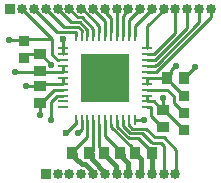
<source format=gtl>
G04*
G04 #@! TF.GenerationSoftware,Altium Limited,Altium Designer,20.0.14 (345)*
G04*
G04 Layer_Physical_Order=1*
G04 Layer_Color=255*
%FSLAX43Y43*%
%MOMM*%
G71*
G01*
G75*
%ADD12R,1.050X0.950*%
%ADD13R,0.950X1.050*%
%ADD14R,0.950X0.950*%
%ADD15R,0.900X1.050*%
%ADD16R,0.250X0.900*%
%ADD17R,0.900X0.250*%
%ADD18R,4.100X4.100*%
%ADD30C,0.254*%
%ADD31C,0.381*%
%ADD32C,0.850*%
%ADD33R,0.850X0.850*%
%ADD34C,0.550*%
%ADD35C,0.600*%
D12*
X3302Y11012D02*
D03*
Y9562D02*
D03*
Y6895D02*
D03*
Y8345D02*
D03*
X13716Y6276D02*
D03*
Y4826D02*
D03*
D13*
X15494Y9017D02*
D03*
X14044D02*
D03*
D14*
X1905Y10705D02*
D03*
Y12155D02*
D03*
X15494Y4572D02*
D03*
Y6022D02*
D03*
Y6023D02*
D03*
Y7473D02*
D03*
D15*
X8698Y2667D02*
D03*
X10098D02*
D03*
X11365D02*
D03*
X12765D02*
D03*
X6031D02*
D03*
X7431D02*
D03*
D16*
X6311Y12567D02*
D03*
X6811D02*
D03*
X7311D02*
D03*
X7811D02*
D03*
X8311D02*
D03*
X8811D02*
D03*
X9311D02*
D03*
X9811D02*
D03*
X10311D02*
D03*
X10811D02*
D03*
X11311D02*
D03*
Y5467D02*
D03*
X10811D02*
D03*
X10311D02*
D03*
X9811D02*
D03*
X9311D02*
D03*
X8811D02*
D03*
X8311D02*
D03*
X7811D02*
D03*
X7311D02*
D03*
X6811D02*
D03*
X6311D02*
D03*
D17*
X12361Y11517D02*
D03*
Y11017D02*
D03*
Y10517D02*
D03*
Y10017D02*
D03*
Y9517D02*
D03*
Y9017D02*
D03*
Y8517D02*
D03*
Y8017D02*
D03*
Y7517D02*
D03*
Y7017D02*
D03*
Y6517D02*
D03*
X5261D02*
D03*
Y11517D02*
D03*
Y7017D02*
D03*
Y7517D02*
D03*
Y8017D02*
D03*
Y8517D02*
D03*
Y9017D02*
D03*
Y11017D02*
D03*
Y10517D02*
D03*
Y10017D02*
D03*
Y9517D02*
D03*
D18*
X8811Y9017D02*
D03*
D30*
X4191Y5461D02*
Y6985D01*
X4723Y7517D01*
X12361Y9517D02*
X13152D01*
X17764Y14128D01*
Y14859D01*
X12996Y10519D02*
X15752Y13275D01*
X12363Y10519D02*
X12996D01*
X13163Y10115D02*
X16764Y13715D01*
X15752Y13275D02*
Y14859D01*
X16764Y13715D02*
Y14859D01*
X13088Y10115D02*
X13163D01*
X12992Y10019D02*
X13088Y10115D01*
X12363Y10019D02*
X12992D01*
X14732Y12827D02*
Y14839D01*
X12924Y11019D02*
X14732Y12827D01*
X12363Y11019D02*
X12924D01*
X14732Y14839D02*
X14752Y14859D01*
X12361Y11517D02*
Y13377D01*
X13752Y14768D02*
Y14859D01*
X12361Y13377D02*
X13752Y14768D01*
X10313Y14250D02*
X10521Y14458D01*
Y14467D01*
X10752Y14698D01*
X10313Y12569D02*
Y14250D01*
X10752Y14698D02*
Y14859D01*
X9309Y12890D02*
Y14059D01*
X8775Y14859D02*
X8889Y14745D01*
Y14479D02*
Y14745D01*
Y14479D02*
X9309Y14059D01*
X15146Y7821D02*
Y7821D01*
X14044Y9017D02*
X14392Y8669D01*
Y8575D02*
X15146Y7821D01*
X14392Y8575D02*
Y8669D01*
X15146Y7821D02*
X15494Y7473D01*
X13666Y6276D02*
Y7289D01*
X12361Y9017D02*
X14044D01*
X13803Y910D02*
Y3215D01*
X13549Y3469D02*
X13803Y3215D01*
X12821Y3469D02*
X13549D01*
X13759Y3977D02*
X14803Y2933D01*
X13032Y3977D02*
X13759D01*
X14803Y910D02*
Y2933D01*
X12361Y11017D02*
X12363Y11019D01*
X11311Y12567D02*
Y13418D01*
X12752Y14859D01*
X10813Y13920D02*
X11752Y14859D01*
X10813Y12569D02*
Y13920D01*
X9811Y12567D02*
Y14859D01*
X7775D02*
X8811Y13823D01*
X6817Y14901D02*
X8309Y13408D01*
X1905Y12155D02*
X2066Y12316D01*
X4318D01*
X4178Y10143D02*
Y10186D01*
X4318Y10994D02*
Y12316D01*
X4792Y10519D02*
X4938D01*
X4318Y10994D02*
X4792Y10519D01*
X4178Y10143D02*
X4252Y10069D01*
X3352Y11012D02*
X4178Y10186D01*
X1775Y14859D02*
X4318Y12316D01*
X2822Y14819D02*
X4745Y12896D01*
X6303D01*
X5330Y13304D02*
X6541D01*
X3775Y14859D02*
X5330Y13304D01*
X4775Y14859D02*
X5895Y13739D01*
X5775Y14859D02*
X6477Y14157D01*
X6830D01*
X5895Y13739D02*
X6677D01*
X6541Y13304D02*
X6809Y13035D01*
X7311Y12567D02*
Y13105D01*
X6677Y13739D02*
X7311Y13105D01*
X12361Y8017D02*
X14081D01*
X14605Y7493D01*
Y6912D02*
Y7493D01*
X675Y12192D02*
X1868D01*
X7809Y12569D02*
Y13178D01*
X6830Y14157D02*
X7809Y13178D01*
X6809Y12890D02*
Y13035D01*
X2212Y11012D02*
X3302D01*
X1905Y10705D02*
X2212Y11012D01*
X3302D02*
X3352D01*
X5255Y11519D02*
Y12271D01*
X5207Y12319D02*
X5255Y12271D01*
X6303Y12896D02*
X6311Y12888D01*
X2069Y8345D02*
X3302D01*
X1135Y9517D02*
X5261D01*
X3302Y5842D02*
Y6895D01*
Y8345D02*
X3474Y8517D01*
X4471Y8015D02*
X5259D01*
X5261Y8017D01*
X3352Y6895D02*
X4471Y8014D01*
X3302Y6895D02*
X3352D01*
X12361Y7017D02*
X12925D01*
X13318Y6624D02*
Y6624D01*
X12925Y7017D02*
X13318Y6624D01*
X3474Y8517D02*
X5261D01*
X4723Y7517D02*
X5261D01*
X15493Y6023D02*
X15494D01*
X15146Y6370D02*
X15493Y6023D01*
X14605Y6912D02*
X15146Y6371D01*
Y6370D02*
Y6371D01*
X15494Y9017D02*
X16383Y9906D01*
X13716Y6276D02*
X13766D01*
X15122Y4920D01*
X15146D01*
X15494Y4572D01*
X12361Y8517D02*
Y8890D01*
X14742Y9931D02*
X14799Y9988D01*
X14632Y9931D02*
X14742D01*
X14392Y9691D02*
X14632Y9931D01*
X14392Y9365D02*
Y9691D01*
X14044Y9017D02*
X14392Y9365D01*
X15493Y6023D02*
X15494Y6022D01*
X13318Y6624D02*
X13666Y6276D01*
X12665Y5827D02*
Y6515D01*
X12663Y6517D02*
X12665Y6515D01*
X12361Y6517D02*
X12663D01*
X12361Y7017D02*
Y7517D01*
X13318Y5174D02*
Y5174D01*
X12665Y5827D02*
X13318Y5174D01*
Y5174D02*
X13572Y4920D01*
X12675Y3604D02*
X12687D01*
X12821Y3469D01*
X12287Y4722D02*
X13032Y3977D01*
X11950Y4330D02*
X12675Y3604D01*
X10811Y5001D02*
Y5144D01*
X11090Y4722D02*
X12287D01*
X10932Y4341D02*
X11950D01*
X6158Y2667D02*
Y2869D01*
X9775Y3065D02*
X10173Y2667D01*
X7809Y12569D02*
X7811Y12567D01*
X5257Y11517D02*
X5261D01*
X5255Y11519D02*
X5257Y11517D01*
X12361Y10517D02*
X12363Y10519D01*
X10311Y12567D02*
X10313Y12569D01*
X8309Y12890D02*
Y13408D01*
X8811Y12567D02*
Y13823D01*
X6158Y2869D02*
X7311Y4022D01*
Y5467D01*
X8811Y4071D02*
X9775Y3107D01*
X8811Y4071D02*
Y5467D01*
X9313Y4849D02*
Y5144D01*
Y4849D02*
X11042Y3121D01*
X6311Y5146D02*
Y5467D01*
X6309Y5144D02*
X6311Y5146D01*
X5609Y4466D02*
X6287Y5144D01*
X6309D01*
X6811Y4652D02*
Y5467D01*
X6477Y4318D02*
X6811Y4652D01*
X8311Y3129D02*
X8698Y2742D01*
X8311Y3129D02*
Y5144D01*
X9775Y3065D02*
Y3107D01*
X7558Y2667D02*
X7754Y2863D01*
Y3157D01*
X7811Y3214D01*
Y5467D01*
X11042Y2990D02*
Y3121D01*
Y2990D02*
X11365Y2667D01*
X10787Y3914D02*
X11593D01*
X12442Y3065D02*
Y3065D01*
Y3065D02*
X12776Y2730D01*
X11593Y3914D02*
X12442Y3065D01*
X10313Y4960D02*
Y5465D01*
X9811Y4890D02*
X10787Y3914D01*
X10313Y4960D02*
X10932Y4341D01*
X9811Y4890D02*
Y5467D01*
X10811Y5001D02*
X11090Y4722D01*
X10311Y5467D02*
X10313Y5465D01*
X10811Y12567D02*
X10813Y12569D01*
X5261Y8517D02*
Y9017D01*
Y9517D02*
Y10017D01*
X11311Y5467D02*
X12107D01*
X5261Y11017D02*
Y11517D01*
X6311Y12567D02*
Y12888D01*
X12361Y10017D02*
X12363Y10019D01*
D31*
X6822Y1718D02*
X7100D01*
X6291Y2250D02*
X6822Y1718D01*
X6291Y2250D02*
Y2534D01*
X6158Y2667D02*
X6291Y2534D01*
X7100Y1718D02*
X7826Y993D01*
Y910D02*
Y993D01*
X10736Y1000D02*
Y1837D01*
X10358Y2216D02*
X10736Y1837D01*
X10358Y2216D02*
Y2483D01*
X10173Y2667D02*
X10358Y2483D01*
X9736Y1000D02*
X9826Y910D01*
X7690Y2128D02*
Y2534D01*
X8698Y2592D02*
Y2742D01*
X9736Y1000D02*
Y1554D01*
X8826Y910D02*
Y993D01*
X10736Y1000D02*
X10826Y910D01*
X8698Y2592D02*
X9736Y1554D01*
X7690Y2128D02*
X8826Y993D01*
X7558Y2667D02*
X7690Y2534D01*
X11826Y910D02*
Y2131D01*
X11365Y2592D02*
X11826Y2131D01*
X11365Y2592D02*
Y2667D01*
X12765D02*
X12796Y2636D01*
Y941D02*
Y2636D01*
Y941D02*
X12826Y910D01*
D32*
X12781D02*
D03*
X11781D02*
D03*
X10781D02*
D03*
X9781D02*
D03*
X8781D02*
D03*
X7781D02*
D03*
X6781D02*
D03*
X5781D02*
D03*
X4781D02*
D03*
X14758D02*
D03*
X13758D02*
D03*
X9775Y14859D02*
D03*
X8775D02*
D03*
X7775D02*
D03*
X6775D02*
D03*
X5775D02*
D03*
X4775D02*
D03*
X3775D02*
D03*
X2775D02*
D03*
X1775D02*
D03*
X11752D02*
D03*
X10752D02*
D03*
X12752D02*
D03*
X13752D02*
D03*
X14752D02*
D03*
X15752D02*
D03*
X16764D02*
D03*
X17764D02*
D03*
D33*
X3781Y910D02*
D03*
X775Y14859D02*
D03*
D34*
X4191Y5461D02*
D03*
X13666Y7289D02*
D03*
X4252Y10069D02*
D03*
X675Y12192D02*
D03*
X2069Y8345D02*
D03*
X1135Y9517D02*
D03*
X3302Y5842D02*
D03*
X16383Y9906D02*
D03*
X14799Y9988D02*
D03*
X6477Y4318D02*
D03*
X12107Y5467D02*
D03*
D35*
X5207Y12319D02*
D03*
X5461Y4318D02*
D03*
M02*

</source>
